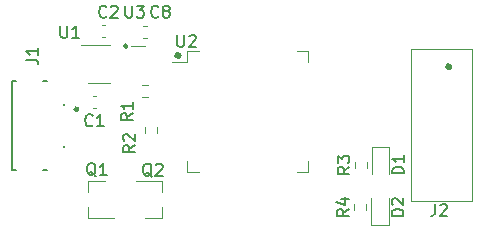
<source format=gbr>
G04 #@! TF.GenerationSoftware,KiCad,Pcbnew,(5.1.7)-1*
G04 #@! TF.CreationDate,2020-12-02T09:59:19-08:00*
G04 #@! TF.ProjectId,programmer,70726f67-7261-46d6-9d65-722e6b696361,rev?*
G04 #@! TF.SameCoordinates,Original*
G04 #@! TF.FileFunction,Legend,Top*
G04 #@! TF.FilePolarity,Positive*
%FSLAX46Y46*%
G04 Gerber Fmt 4.6, Leading zero omitted, Abs format (unit mm)*
G04 Created by KiCad (PCBNEW (5.1.7)-1) date 2020-12-02 09:59:19*
%MOMM*%
%LPD*%
G01*
G04 APERTURE LIST*
%ADD10C,0.300000*%
%ADD11C,0.500000*%
%ADD12C,0.120000*%
%ADD13C,0.127000*%
%ADD14C,0.150000*%
G04 APERTURE END LIST*
D10*
X-10272358Y5526600D02*
G75*
G03*
X-10272358Y5526600I-71842J0D01*
G01*
D11*
X17077842Y3786400D02*
G75*
G03*
X17077842Y3786400I-71842J0D01*
G01*
X-5847358Y4751600D02*
G75*
G03*
X-5847358Y4751600I-71842J0D01*
G01*
D12*
X-7265000Y-9055000D02*
X-8725000Y-9055000D01*
X-7265000Y-5895000D02*
X-9425000Y-5895000D01*
X-7265000Y-5895000D02*
X-7265000Y-6825000D01*
X-7265000Y-9055000D02*
X-7265000Y-8125000D01*
D10*
X-14412500Y200000D02*
G75*
G03*
X-14412500Y200000I-100000J0D01*
G01*
D13*
X-15587500Y-2920000D02*
X-15587500Y-3030000D01*
X-15587500Y630000D02*
X-15587500Y520000D01*
X-19937500Y-4950000D02*
X-19662500Y-4950000D01*
X-19937500Y2550000D02*
X-19937500Y-4950000D01*
X-19662500Y2550000D02*
X-19937500Y2550000D01*
X-16962500Y-4950000D02*
X-17312500Y-4950000D01*
X-16962500Y2550000D02*
X-17312500Y2550000D01*
D12*
X-13500000Y2390000D02*
X-11700000Y2390000D01*
X-11700000Y5610000D02*
X-14150000Y5610000D01*
X-8475942Y2276900D02*
X-8950458Y2276900D01*
X-8475942Y1231900D02*
X-8950458Y1231900D01*
X-8572620Y7242800D02*
X-8853780Y7242800D01*
X-8572620Y6222800D02*
X-8853780Y6222800D01*
X-5110000Y4160000D02*
X-6450000Y4160000D01*
X-5110000Y5110000D02*
X-5110000Y4160000D01*
X-4160000Y5110000D02*
X-5110000Y5110000D01*
X5110000Y5110000D02*
X5110000Y4160000D01*
X4160000Y5110000D02*
X5110000Y5110000D01*
X-5110000Y-5110000D02*
X-5110000Y-4160000D01*
X-4160000Y-5110000D02*
X-5110000Y-5110000D01*
X5110000Y-5110000D02*
X5110000Y-4160000D01*
X4160000Y-5110000D02*
X5110000Y-5110000D01*
X-8713200Y5542800D02*
X-9853200Y5542800D01*
X10044100Y-8332658D02*
X10044100Y-7858142D01*
X8999100Y-8332658D02*
X8999100Y-7858142D01*
X9048300Y-4277742D02*
X9048300Y-4752258D01*
X10093300Y-4277742D02*
X10093300Y-4752258D01*
X-8727700Y-1797058D02*
X-8727700Y-1322542D01*
X-7682700Y-1797058D02*
X-7682700Y-1322542D01*
X-13525600Y-5887200D02*
X-12065600Y-5887200D01*
X-13525600Y-9047200D02*
X-11365600Y-9047200D01*
X-13525600Y-9047200D02*
X-13525600Y-8117200D01*
X-13525600Y-5887200D02*
X-13525600Y-6817200D01*
X19000000Y5300000D02*
X19000000Y-7600000D01*
X13800000Y5300000D02*
X19000000Y5300000D01*
X13800000Y-7600000D02*
X13800000Y5300000D01*
X19000000Y-7600000D02*
X13800000Y-7600000D01*
X11933000Y-9593700D02*
X11933000Y-7308700D01*
X10463000Y-9593700D02*
X11933000Y-9593700D01*
X10463000Y-7308700D02*
X10463000Y-9593700D01*
X11982200Y-5301900D02*
X11982200Y-3016900D01*
X11982200Y-3016900D02*
X10512200Y-3016900D01*
X10512200Y-3016900D02*
X10512200Y-5301900D01*
X-12059420Y6290000D02*
X-12340580Y6290000D01*
X-12059420Y7310000D02*
X-12340580Y7310000D01*
X-13115580Y290000D02*
X-12834420Y290000D01*
X-13115580Y1310000D02*
X-12834420Y1310000D01*
D14*
X-8120238Y-5522619D02*
X-8215476Y-5475000D01*
X-8310714Y-5379761D01*
X-8453571Y-5236904D01*
X-8548809Y-5189285D01*
X-8644047Y-5189285D01*
X-8596428Y-5427380D02*
X-8691666Y-5379761D01*
X-8786904Y-5284523D01*
X-8834523Y-5094047D01*
X-8834523Y-4760714D01*
X-8786904Y-4570238D01*
X-8691666Y-4475000D01*
X-8596428Y-4427380D01*
X-8405952Y-4427380D01*
X-8310714Y-4475000D01*
X-8215476Y-4570238D01*
X-8167857Y-4760714D01*
X-8167857Y-5094047D01*
X-8215476Y-5284523D01*
X-8310714Y-5379761D01*
X-8405952Y-5427380D01*
X-8596428Y-5427380D01*
X-7786904Y-4522619D02*
X-7739285Y-4475000D01*
X-7644047Y-4427380D01*
X-7405952Y-4427380D01*
X-7310714Y-4475000D01*
X-7263095Y-4522619D01*
X-7215476Y-4617857D01*
X-7215476Y-4713095D01*
X-7263095Y-4855952D01*
X-7834523Y-5427380D01*
X-7215476Y-5427380D01*
X-18747619Y4366666D02*
X-18033333Y4366666D01*
X-17890476Y4319047D01*
X-17795238Y4223809D01*
X-17747619Y4080952D01*
X-17747619Y3985714D01*
X-17747619Y5366666D02*
X-17747619Y4795238D01*
X-17747619Y5080952D02*
X-18747619Y5080952D01*
X-18604761Y4985714D01*
X-18509523Y4890476D01*
X-18461904Y4795238D01*
X-15861904Y7247619D02*
X-15861904Y6438095D01*
X-15814285Y6342857D01*
X-15766666Y6295238D01*
X-15671428Y6247619D01*
X-15480952Y6247619D01*
X-15385714Y6295238D01*
X-15338095Y6342857D01*
X-15290476Y6438095D01*
X-15290476Y7247619D01*
X-14290476Y6247619D02*
X-14861904Y6247619D01*
X-14576190Y6247619D02*
X-14576190Y7247619D01*
X-14671428Y7104761D01*
X-14766666Y7009523D01*
X-14861904Y6961904D01*
X-9747619Y-166666D02*
X-10223809Y-500000D01*
X-9747619Y-738095D02*
X-10747619Y-738095D01*
X-10747619Y-357142D01*
X-10700000Y-261904D01*
X-10652380Y-214285D01*
X-10557142Y-166666D01*
X-10414285Y-166666D01*
X-10319047Y-214285D01*
X-10271428Y-261904D01*
X-10223809Y-357142D01*
X-10223809Y-738095D01*
X-9747619Y785714D02*
X-9747619Y214285D01*
X-9747619Y500000D02*
X-10747619Y500000D01*
X-10604761Y404761D01*
X-10509523Y309523D01*
X-10461904Y214285D01*
X-7566666Y8042857D02*
X-7614285Y7995238D01*
X-7757142Y7947619D01*
X-7852380Y7947619D01*
X-7995238Y7995238D01*
X-8090476Y8090476D01*
X-8138095Y8185714D01*
X-8185714Y8376190D01*
X-8185714Y8519047D01*
X-8138095Y8709523D01*
X-8090476Y8804761D01*
X-7995238Y8900000D01*
X-7852380Y8947619D01*
X-7757142Y8947619D01*
X-7614285Y8900000D01*
X-7566666Y8852380D01*
X-6995238Y8519047D02*
X-7090476Y8566666D01*
X-7138095Y8614285D01*
X-7185714Y8709523D01*
X-7185714Y8757142D01*
X-7138095Y8852380D01*
X-7090476Y8900000D01*
X-6995238Y8947619D01*
X-6804761Y8947619D01*
X-6709523Y8900000D01*
X-6661904Y8852380D01*
X-6614285Y8757142D01*
X-6614285Y8709523D01*
X-6661904Y8614285D01*
X-6709523Y8566666D01*
X-6804761Y8519047D01*
X-6995238Y8519047D01*
X-7090476Y8471428D01*
X-7138095Y8423809D01*
X-7185714Y8328571D01*
X-7185714Y8138095D01*
X-7138095Y8042857D01*
X-7090476Y7995238D01*
X-6995238Y7947619D01*
X-6804761Y7947619D01*
X-6709523Y7995238D01*
X-6661904Y8042857D01*
X-6614285Y8138095D01*
X-6614285Y8328571D01*
X-6661904Y8423809D01*
X-6709523Y8471428D01*
X-6804761Y8519047D01*
X-5969904Y6467619D02*
X-5969904Y5658095D01*
X-5922285Y5562857D01*
X-5874666Y5515238D01*
X-5779428Y5467619D01*
X-5588952Y5467619D01*
X-5493714Y5515238D01*
X-5446095Y5562857D01*
X-5398476Y5658095D01*
X-5398476Y6467619D01*
X-4969904Y6372380D02*
X-4922285Y6420000D01*
X-4827047Y6467619D01*
X-4588952Y6467619D01*
X-4493714Y6420000D01*
X-4446095Y6372380D01*
X-4398476Y6277142D01*
X-4398476Y6181904D01*
X-4446095Y6039047D01*
X-5017523Y5467619D01*
X-4398476Y5467619D01*
X-10361904Y8947619D02*
X-10361904Y8138095D01*
X-10314285Y8042857D01*
X-10266666Y7995238D01*
X-10171428Y7947619D01*
X-9980952Y7947619D01*
X-9885714Y7995238D01*
X-9838095Y8042857D01*
X-9790476Y8138095D01*
X-9790476Y8947619D01*
X-9409523Y8947619D02*
X-8790476Y8947619D01*
X-9123809Y8566666D01*
X-8980952Y8566666D01*
X-8885714Y8519047D01*
X-8838095Y8471428D01*
X-8790476Y8376190D01*
X-8790476Y8138095D01*
X-8838095Y8042857D01*
X-8885714Y7995238D01*
X-8980952Y7947619D01*
X-9266666Y7947619D01*
X-9361904Y7995238D01*
X-9409523Y8042857D01*
X8543980Y-8262066D02*
X8067790Y-8595400D01*
X8543980Y-8833495D02*
X7543980Y-8833495D01*
X7543980Y-8452542D01*
X7591600Y-8357304D01*
X7639219Y-8309685D01*
X7734457Y-8262066D01*
X7877314Y-8262066D01*
X7972552Y-8309685D01*
X8020171Y-8357304D01*
X8067790Y-8452542D01*
X8067790Y-8833495D01*
X7877314Y-7404923D02*
X8543980Y-7404923D01*
X7496361Y-7643019D02*
X8210647Y-7881114D01*
X8210647Y-7262066D01*
X8600780Y-4681666D02*
X8124590Y-5015000D01*
X8600780Y-5253095D02*
X7600780Y-5253095D01*
X7600780Y-4872142D01*
X7648400Y-4776904D01*
X7696019Y-4729285D01*
X7791257Y-4681666D01*
X7934114Y-4681666D01*
X8029352Y-4729285D01*
X8076971Y-4776904D01*
X8124590Y-4872142D01*
X8124590Y-5253095D01*
X7600780Y-4348333D02*
X7600780Y-3729285D01*
X7981733Y-4062619D01*
X7981733Y-3919761D01*
X8029352Y-3824523D01*
X8076971Y-3776904D01*
X8172209Y-3729285D01*
X8410304Y-3729285D01*
X8505542Y-3776904D01*
X8553161Y-3824523D01*
X8600780Y-3919761D01*
X8600780Y-4205476D01*
X8553161Y-4300714D01*
X8505542Y-4348333D01*
X-9547619Y-2866666D02*
X-10023809Y-3200000D01*
X-9547619Y-3438095D02*
X-10547619Y-3438095D01*
X-10547619Y-3057142D01*
X-10500000Y-2961904D01*
X-10452380Y-2914285D01*
X-10357142Y-2866666D01*
X-10214285Y-2866666D01*
X-10119047Y-2914285D01*
X-10071428Y-2961904D01*
X-10023809Y-3057142D01*
X-10023809Y-3438095D01*
X-10452380Y-2485714D02*
X-10500000Y-2438095D01*
X-10547619Y-2342857D01*
X-10547619Y-2104761D01*
X-10500000Y-2009523D01*
X-10452380Y-1961904D01*
X-10357142Y-1914285D01*
X-10261904Y-1914285D01*
X-10119047Y-1961904D01*
X-9547619Y-2533333D01*
X-9547619Y-1914285D01*
X-12860838Y-5474819D02*
X-12956076Y-5427200D01*
X-13051314Y-5331961D01*
X-13194171Y-5189104D01*
X-13289409Y-5141485D01*
X-13384647Y-5141485D01*
X-13337028Y-5379580D02*
X-13432266Y-5331961D01*
X-13527504Y-5236723D01*
X-13575123Y-5046247D01*
X-13575123Y-4712914D01*
X-13527504Y-4522438D01*
X-13432266Y-4427200D01*
X-13337028Y-4379580D01*
X-13146552Y-4379580D01*
X-13051314Y-4427200D01*
X-12956076Y-4522438D01*
X-12908457Y-4712914D01*
X-12908457Y-5046247D01*
X-12956076Y-5236723D01*
X-13051314Y-5331961D01*
X-13146552Y-5379580D01*
X-13337028Y-5379580D01*
X-11956076Y-5379580D02*
X-12527504Y-5379580D01*
X-12241790Y-5379580D02*
X-12241790Y-4379580D01*
X-12337028Y-4522438D01*
X-12432266Y-4617676D01*
X-12527504Y-4665295D01*
X15866666Y-7852380D02*
X15866666Y-8566666D01*
X15819047Y-8709523D01*
X15723809Y-8804761D01*
X15580952Y-8852380D01*
X15485714Y-8852380D01*
X16295238Y-7947619D02*
X16342857Y-7900000D01*
X16438095Y-7852380D01*
X16676190Y-7852380D01*
X16771428Y-7900000D01*
X16819047Y-7947619D01*
X16866666Y-8042857D01*
X16866666Y-8138095D01*
X16819047Y-8280952D01*
X16247619Y-8852380D01*
X16866666Y-8852380D01*
X13174380Y-8846795D02*
X12174380Y-8846795D01*
X12174380Y-8608700D01*
X12222000Y-8465842D01*
X12317238Y-8370604D01*
X12412476Y-8322985D01*
X12602952Y-8275366D01*
X12745809Y-8275366D01*
X12936285Y-8322985D01*
X13031523Y-8370604D01*
X13126761Y-8465842D01*
X13174380Y-8608700D01*
X13174380Y-8846795D01*
X12269619Y-7894414D02*
X12222000Y-7846795D01*
X12174380Y-7751557D01*
X12174380Y-7513461D01*
X12222000Y-7418223D01*
X12269619Y-7370604D01*
X12364857Y-7322985D01*
X12460095Y-7322985D01*
X12602952Y-7370604D01*
X13174380Y-7942033D01*
X13174380Y-7322985D01*
X13223580Y-5239995D02*
X12223580Y-5239995D01*
X12223580Y-5001900D01*
X12271200Y-4859042D01*
X12366438Y-4763804D01*
X12461676Y-4716185D01*
X12652152Y-4668566D01*
X12795009Y-4668566D01*
X12985485Y-4716185D01*
X13080723Y-4763804D01*
X13175961Y-4859042D01*
X13223580Y-5001900D01*
X13223580Y-5239995D01*
X13223580Y-3716185D02*
X13223580Y-4287614D01*
X13223580Y-4001900D02*
X12223580Y-4001900D01*
X12366438Y-4097138D01*
X12461676Y-4192376D01*
X12509295Y-4287614D01*
X-11966666Y8042857D02*
X-12014285Y7995238D01*
X-12157142Y7947619D01*
X-12252380Y7947619D01*
X-12395238Y7995238D01*
X-12490476Y8090476D01*
X-12538095Y8185714D01*
X-12585714Y8376190D01*
X-12585714Y8519047D01*
X-12538095Y8709523D01*
X-12490476Y8804761D01*
X-12395238Y8900000D01*
X-12252380Y8947619D01*
X-12157142Y8947619D01*
X-12014285Y8900000D01*
X-11966666Y8852380D01*
X-11585714Y8852380D02*
X-11538095Y8900000D01*
X-11442857Y8947619D01*
X-11204761Y8947619D01*
X-11109523Y8900000D01*
X-11061904Y8852380D01*
X-11014285Y8757142D01*
X-11014285Y8661904D01*
X-11061904Y8519047D01*
X-11633333Y7947619D01*
X-11014285Y7947619D01*
X-13141666Y-1157142D02*
X-13189285Y-1204761D01*
X-13332142Y-1252380D01*
X-13427380Y-1252380D01*
X-13570238Y-1204761D01*
X-13665476Y-1109523D01*
X-13713095Y-1014285D01*
X-13760714Y-823809D01*
X-13760714Y-680952D01*
X-13713095Y-490476D01*
X-13665476Y-395238D01*
X-13570238Y-300000D01*
X-13427380Y-252380D01*
X-13332142Y-252380D01*
X-13189285Y-300000D01*
X-13141666Y-347619D01*
X-12189285Y-1252380D02*
X-12760714Y-1252380D01*
X-12475000Y-1252380D02*
X-12475000Y-252380D01*
X-12570238Y-395238D01*
X-12665476Y-490476D01*
X-12760714Y-538095D01*
M02*

</source>
